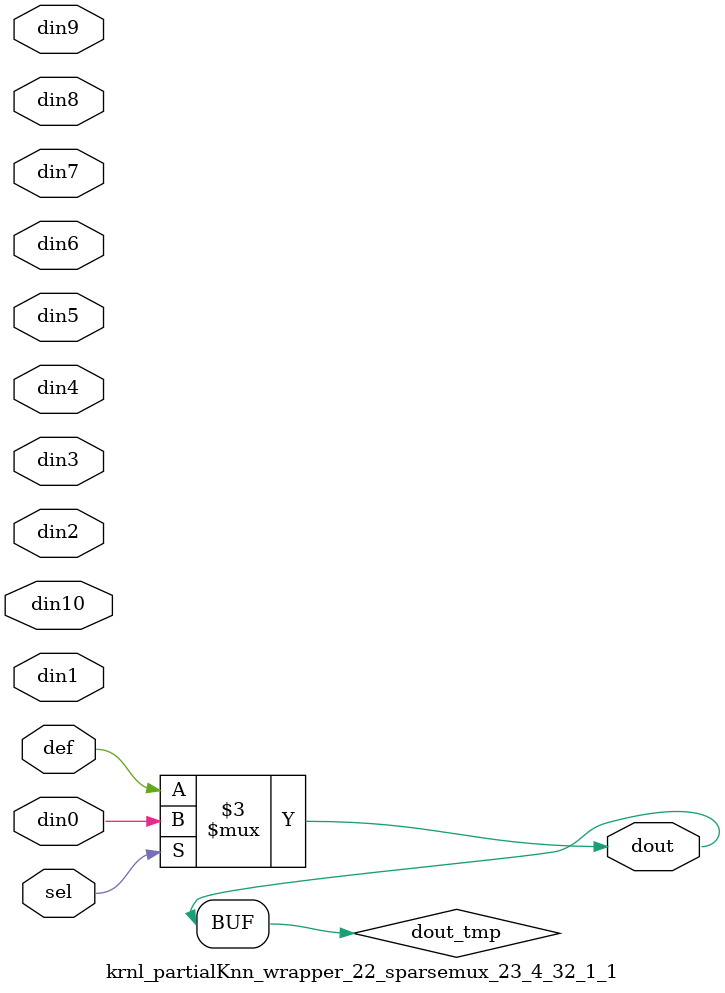
<source format=v>
`timescale 1 ns / 1 ps
module krnl_partialKnn_wrapper_22_sparsemux_23_4_32_1_1 (din0,din1,din2,din3,din4,din5,din6,din7,din8,din9,din10,def,sel,dout);
parameter din0_WIDTH = 1;
parameter din1_WIDTH = 1;
parameter din2_WIDTH = 1;
parameter din3_WIDTH = 1;
parameter din4_WIDTH = 1;
parameter din5_WIDTH = 1;
parameter din6_WIDTH = 1;
parameter din7_WIDTH = 1;
parameter din8_WIDTH = 1;
parameter din9_WIDTH = 1;
parameter din10_WIDTH = 1;
parameter def_WIDTH = 1;
parameter sel_WIDTH = 1;
parameter dout_WIDTH = 1;
parameter [sel_WIDTH-1:0] CASE0 = 1;
parameter [sel_WIDTH-1:0] CASE1 = 1;
parameter [sel_WIDTH-1:0] CASE2 = 1;
parameter [sel_WIDTH-1:0] CASE3 = 1;
parameter [sel_WIDTH-1:0] CASE4 = 1;
parameter [sel_WIDTH-1:0] CASE5 = 1;
parameter [sel_WIDTH-1:0] CASE6 = 1;
parameter [sel_WIDTH-1:0] CASE7 = 1;
parameter [sel_WIDTH-1:0] CASE8 = 1;
parameter [sel_WIDTH-1:0] CASE9 = 1;
parameter [sel_WIDTH-1:0] CASE10 = 1;
parameter ID = 1;
parameter NUM_STAGE = 1;
input [din0_WIDTH-1:0] din0;
input [din1_WIDTH-1:0] din1;
input [din2_WIDTH-1:0] din2;
input [din3_WIDTH-1:0] din3;
input [din4_WIDTH-1:0] din4;
input [din5_WIDTH-1:0] din5;
input [din6_WIDTH-1:0] din6;
input [din7_WIDTH-1:0] din7;
input [din8_WIDTH-1:0] din8;
input [din9_WIDTH-1:0] din9;
input [din10_WIDTH-1:0] din10;
input [def_WIDTH-1:0] def;
input [sel_WIDTH-1:0] sel;
output [dout_WIDTH-1:0] dout;
reg [dout_WIDTH-1:0] dout_tmp;
always @ (*) begin
case (sel)
    
    CASE0 : dout_tmp = din0;
    
    CASE1 : dout_tmp = din1;
    
    CASE2 : dout_tmp = din2;
    
    CASE3 : dout_tmp = din3;
    
    CASE4 : dout_tmp = din4;
    
    CASE5 : dout_tmp = din5;
    
    CASE6 : dout_tmp = din6;
    
    CASE7 : dout_tmp = din7;
    
    CASE8 : dout_tmp = din8;
    
    CASE9 : dout_tmp = din9;
    
    CASE10 : dout_tmp = din10;
    
    default : dout_tmp = def;
endcase
end
assign dout = dout_tmp;
endmodule
</source>
